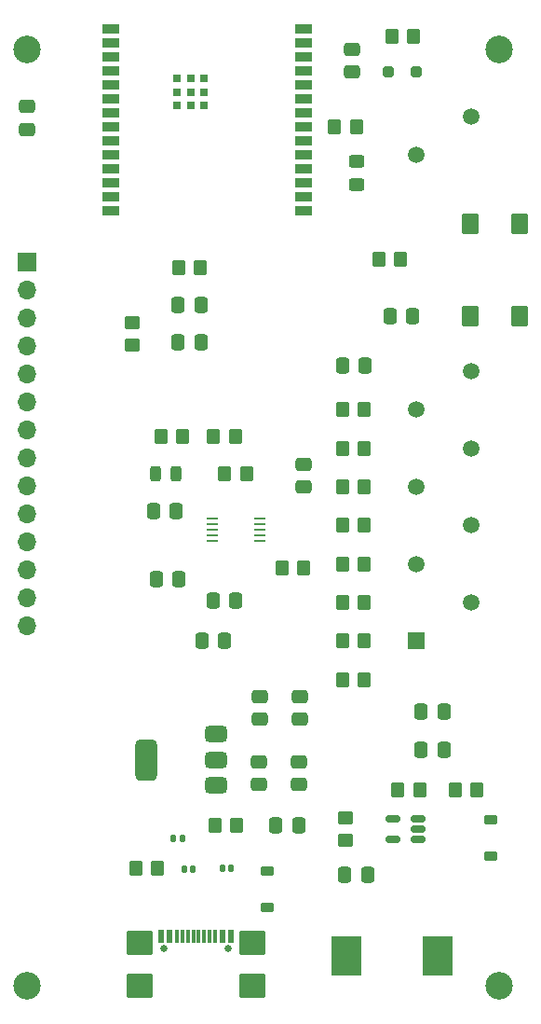
<source format=gts>
%TF.GenerationSoftware,KiCad,Pcbnew,8.0.3*%
%TF.CreationDate,2024-07-07T00:38:38+02:00*%
%TF.ProjectId,tank_PCB,74616e6b-5f50-4434-922e-6b696361645f,rev?*%
%TF.SameCoordinates,Original*%
%TF.FileFunction,Soldermask,Top*%
%TF.FilePolarity,Negative*%
%FSLAX46Y46*%
G04 Gerber Fmt 4.6, Leading zero omitted, Abs format (unit mm)*
G04 Created by KiCad (PCBNEW 8.0.3) date 2024-07-07 00:38:38*
%MOMM*%
%LPD*%
G01*
G04 APERTURE LIST*
G04 Aperture macros list*
%AMRoundRect*
0 Rectangle with rounded corners*
0 $1 Rounding radius*
0 $2 $3 $4 $5 $6 $7 $8 $9 X,Y pos of 4 corners*
0 Add a 4 corners polygon primitive as box body*
4,1,4,$2,$3,$4,$5,$6,$7,$8,$9,$2,$3,0*
0 Add four circle primitives for the rounded corners*
1,1,$1+$1,$2,$3*
1,1,$1+$1,$4,$5*
1,1,$1+$1,$6,$7*
1,1,$1+$1,$8,$9*
0 Add four rect primitives between the rounded corners*
20,1,$1+$1,$2,$3,$4,$5,0*
20,1,$1+$1,$4,$5,$6,$7,0*
20,1,$1+$1,$6,$7,$8,$9,0*
20,1,$1+$1,$8,$9,$2,$3,0*%
G04 Aperture macros list end*
%ADD10RoundRect,0.250000X0.350000X0.450000X-0.350000X0.450000X-0.350000X-0.450000X0.350000X-0.450000X0*%
%ADD11RoundRect,0.250000X-0.350000X-0.450000X0.350000X-0.450000X0.350000X0.450000X-0.350000X0.450000X0*%
%ADD12RoundRect,0.250000X-0.475000X0.337500X-0.475000X-0.337500X0.475000X-0.337500X0.475000X0.337500X0*%
%ADD13RoundRect,0.250000X-0.337500X-0.475000X0.337500X-0.475000X0.337500X0.475000X-0.337500X0.475000X0*%
%ADD14RoundRect,0.250000X0.337500X0.475000X-0.337500X0.475000X-0.337500X-0.475000X0.337500X-0.475000X0*%
%ADD15C,2.500000*%
%ADD16RoundRect,0.125000X0.125000X0.225000X-0.125000X0.225000X-0.125000X-0.225000X0.125000X-0.225000X0*%
%ADD17R,2.700000X3.600000*%
%ADD18RoundRect,0.225000X-0.375000X0.225000X-0.375000X-0.225000X0.375000X-0.225000X0.375000X0.225000X0*%
%ADD19R,1.100000X0.250000*%
%ADD20C,1.500000*%
%ADD21RoundRect,0.250000X-0.250000X-0.250000X0.250000X-0.250000X0.250000X0.250000X-0.250000X0.250000X0*%
%ADD22RoundRect,0.150000X0.512500X0.150000X-0.512500X0.150000X-0.512500X-0.150000X0.512500X-0.150000X0*%
%ADD23RoundRect,0.102000X0.700000X-0.800000X0.700000X0.800000X-0.700000X0.800000X-0.700000X-0.800000X0*%
%ADD24RoundRect,0.250000X0.475000X-0.337500X0.475000X0.337500X-0.475000X0.337500X-0.475000X-0.337500X0*%
%ADD25RoundRect,0.243750X-0.243750X-0.456250X0.243750X-0.456250X0.243750X0.456250X-0.243750X0.456250X0*%
%ADD26RoundRect,0.125000X-0.125000X-0.225000X0.125000X-0.225000X0.125000X0.225000X-0.125000X0.225000X0*%
%ADD27RoundRect,0.250000X-0.450000X0.350000X-0.450000X-0.350000X0.450000X-0.350000X0.450000X0.350000X0*%
%ADD28RoundRect,0.225000X0.375000X-0.225000X0.375000X0.225000X-0.375000X0.225000X-0.375000X-0.225000X0*%
%ADD29C,0.650000*%
%ADD30R,0.600000X1.150000*%
%ADD31R,0.300000X1.150000*%
%ADD32RoundRect,0.102000X-1.090000X-1.000000X1.090000X-1.000000X1.090000X1.000000X-1.090000X1.000000X0*%
%ADD33R,1.500000X0.900000*%
%ADD34R,0.800000X0.800000*%
%ADD35R,1.500000X1.500000*%
%ADD36R,1.700000X1.700000*%
%ADD37O,1.700000X1.700000*%
%ADD38RoundRect,0.250000X0.450000X-0.325000X0.450000X0.325000X-0.450000X0.325000X-0.450000X-0.325000X0*%
%ADD39RoundRect,0.250000X0.450000X-0.350000X0.450000X0.350000X-0.450000X0.350000X-0.450000X-0.350000X0*%
%ADD40RoundRect,0.375000X0.625000X0.375000X-0.625000X0.375000X-0.625000X-0.375000X0.625000X-0.375000X0*%
%ADD41RoundRect,0.500000X0.500000X1.400000X-0.500000X1.400000X-0.500000X-1.400000X0.500000X-1.400000X0*%
G04 APERTURE END LIST*
D10*
%TO.C,R11*%
X93700000Y-150200000D03*
X91700000Y-150200000D03*
%TD*%
D11*
%TO.C,R19*%
X91000000Y-100000000D03*
X93000000Y-100000000D03*
%TD*%
D12*
%TO.C,C10*%
X63000000Y-98162500D03*
X63000000Y-100237500D03*
%TD*%
%TO.C,C12*%
X87800000Y-151725000D03*
X87800000Y-153800000D03*
%TD*%
D13*
%TO.C,C16*%
X91700000Y-121700000D03*
X93775000Y-121700000D03*
%TD*%
D14*
%TO.C,C5*%
X100937500Y-156600000D03*
X98862500Y-156600000D03*
%TD*%
D15*
%TO.C,REF\u002A\u002A*%
X63000000Y-93000000D03*
%TD*%
D16*
%TO.C,D6*%
X77150000Y-164600000D03*
X76350000Y-164600000D03*
%TD*%
D11*
%TO.C,R13*%
X95000000Y-112000000D03*
X97000000Y-112000000D03*
%TD*%
%TO.C,R22*%
X91700000Y-139700000D03*
X93700000Y-139700000D03*
%TD*%
%TO.C,R7*%
X96762500Y-160200000D03*
X98762500Y-160200000D03*
%TD*%
D17*
%TO.C,L1*%
X92050000Y-175325000D03*
X100350000Y-175325000D03*
%TD*%
D13*
%TO.C,C1*%
X74525000Y-134900000D03*
X76600000Y-134900000D03*
%TD*%
D10*
%TO.C,R10*%
X93700000Y-143200000D03*
X91700000Y-143200000D03*
%TD*%
D18*
%TO.C,D1*%
X105200000Y-162925000D03*
X105200000Y-166225000D03*
%TD*%
D10*
%TO.C,R15*%
X82100000Y-163400000D03*
X80100000Y-163400000D03*
%TD*%
D15*
%TO.C,REF\u002A\u002A*%
X63000000Y-178000000D03*
%TD*%
D19*
%TO.C,U1*%
X84200000Y-137600000D03*
X84200000Y-137100000D03*
X84200000Y-136600000D03*
X84200000Y-136100000D03*
X84200000Y-135600000D03*
X79900000Y-135600000D03*
X79900000Y-136100000D03*
X79900000Y-136600000D03*
X79900000Y-137100000D03*
X79900000Y-137600000D03*
%TD*%
D20*
%TO.C,J2*%
X103400000Y-99050000D03*
X98400000Y-102550000D03*
%TD*%
D11*
%TO.C,R4*%
X81000000Y-131500000D03*
X83000000Y-131500000D03*
%TD*%
%TO.C,R16*%
X72900000Y-167300000D03*
X74900000Y-167300000D03*
%TD*%
D10*
%TO.C,R8*%
X93700000Y-129200000D03*
X91700000Y-129200000D03*
%TD*%
D11*
%TO.C,R1*%
X80000000Y-128100000D03*
X82000000Y-128100000D03*
%TD*%
D21*
%TO.C,D2*%
X95900000Y-95000000D03*
X98400000Y-95000000D03*
%TD*%
D11*
%TO.C,R17*%
X76800000Y-112800000D03*
X78800000Y-112800000D03*
%TD*%
%TO.C,R20*%
X91700000Y-125700000D03*
X93700000Y-125700000D03*
%TD*%
D14*
%TO.C,C9*%
X78837500Y-116200000D03*
X76762500Y-116200000D03*
%TD*%
D22*
%TO.C,U3*%
X98600000Y-164725000D03*
X98600000Y-163775000D03*
X98600000Y-162825000D03*
X96325000Y-162825000D03*
X96325000Y-164725000D03*
%TD*%
D10*
%TO.C,R9*%
X93700000Y-136200000D03*
X91700000Y-136200000D03*
%TD*%
D23*
%TO.C,S1*%
X103300000Y-117200000D03*
X107800000Y-117200000D03*
X103300000Y-108800000D03*
X107800000Y-108800000D03*
%TD*%
D24*
%TO.C,C14*%
X84150000Y-159737500D03*
X84150000Y-157662500D03*
%TD*%
%TO.C,C17*%
X88200000Y-132737500D03*
X88200000Y-130662500D03*
%TD*%
D25*
%TO.C,F1*%
X74725000Y-131500000D03*
X76600000Y-131500000D03*
%TD*%
D13*
%TO.C,C3*%
X91925000Y-167925000D03*
X94000000Y-167925000D03*
%TD*%
D24*
%TO.C,C13*%
X87750000Y-159737500D03*
X87750000Y-157662500D03*
%TD*%
D15*
%TO.C,REF\u002A\u002A*%
X106000000Y-178000000D03*
%TD*%
D12*
%TO.C,C11*%
X84200000Y-151725000D03*
X84200000Y-153800000D03*
%TD*%
D14*
%TO.C,C7*%
X87737500Y-163400000D03*
X85662500Y-163400000D03*
%TD*%
D24*
%TO.C,C6*%
X92600000Y-95037500D03*
X92600000Y-92962500D03*
%TD*%
D15*
%TO.C,REF\u002A\u002A*%
X106000000Y-93000000D03*
%TD*%
D14*
%TO.C,C4*%
X100937500Y-153100000D03*
X98862500Y-153100000D03*
%TD*%
D26*
%TO.C,D5*%
X77300000Y-167400000D03*
X78100000Y-167400000D03*
%TD*%
D14*
%TO.C,C19*%
X81000000Y-146700000D03*
X78925000Y-146700000D03*
%TD*%
D11*
%TO.C,R3*%
X86200000Y-140100000D03*
X88200000Y-140100000D03*
%TD*%
D27*
%TO.C,R18*%
X72600000Y-117800000D03*
X72600000Y-119800000D03*
%TD*%
D14*
%TO.C,C15*%
X98100000Y-117200000D03*
X96025000Y-117200000D03*
%TD*%
D28*
%TO.C,D3*%
X84900000Y-170850000D03*
X84900000Y-167550000D03*
%TD*%
D29*
%TO.C,J5*%
X75510000Y-174570000D03*
X81290000Y-174570000D03*
D30*
X75200000Y-173495000D03*
X76000000Y-173495000D03*
D31*
X77150000Y-173495000D03*
X78150000Y-173495000D03*
X78650000Y-173495000D03*
X79650000Y-173495000D03*
D30*
X81600000Y-173495000D03*
X80800000Y-173495000D03*
D31*
X80150000Y-173495000D03*
X79150000Y-173495000D03*
X77650000Y-173495000D03*
X76650000Y-173495000D03*
D32*
X73290000Y-174070000D03*
X83510000Y-174070000D03*
X73290000Y-178000000D03*
X83510000Y-178000000D03*
%TD*%
D33*
%TO.C,U4*%
X70650000Y-91140000D03*
X70650000Y-92410000D03*
X70650000Y-93680000D03*
X70650000Y-94950000D03*
X70650000Y-96220000D03*
X70650000Y-97490000D03*
X70650000Y-98760000D03*
X70650000Y-100030000D03*
X70650000Y-101300000D03*
X70650000Y-102570000D03*
X70650000Y-103840000D03*
X70650000Y-105110000D03*
X70650000Y-106380000D03*
X70650000Y-107650000D03*
X88150000Y-107650000D03*
X88150000Y-106380000D03*
X88150000Y-105110000D03*
X88150000Y-103840000D03*
X88150000Y-102570000D03*
X88150000Y-101300000D03*
X88150000Y-100030000D03*
X88150000Y-98760000D03*
X88150000Y-97490000D03*
X88150000Y-96220000D03*
X88150000Y-94950000D03*
X88150000Y-93680000D03*
X88150000Y-92410000D03*
X88150000Y-91140000D03*
D34*
X76645000Y-95610000D03*
X76645000Y-96860000D03*
X76645000Y-98110000D03*
X77895000Y-95610000D03*
X77895000Y-96860000D03*
X77895000Y-98110000D03*
X79145000Y-95610000D03*
X79145000Y-96860000D03*
X79145000Y-98110000D03*
%TD*%
D35*
%TO.C,J3*%
X98400000Y-146700000D03*
D20*
X103400000Y-143200000D03*
X98400000Y-139700000D03*
X103400000Y-136200000D03*
X98400000Y-132700000D03*
X103400000Y-129200000D03*
X98400000Y-125700000D03*
X103400000Y-122200000D03*
%TD*%
D11*
%TO.C,R21*%
X91700000Y-132700000D03*
X93700000Y-132700000D03*
%TD*%
D14*
%TO.C,C8*%
X78840000Y-119600000D03*
X76765000Y-119600000D03*
%TD*%
D16*
%TO.C,D4*%
X81600000Y-167300000D03*
X80800000Y-167300000D03*
%TD*%
D36*
%TO.C,J1*%
X63000000Y-112260000D03*
D37*
X63000000Y-114800000D03*
X63000000Y-117340000D03*
X63000000Y-119880000D03*
X63000000Y-122420000D03*
X63000000Y-124960000D03*
X63000000Y-127500000D03*
X63000000Y-130040000D03*
X63000000Y-132580000D03*
X63000000Y-135120000D03*
X63000000Y-137660000D03*
X63000000Y-140200000D03*
X63000000Y-142740000D03*
X63000000Y-145280000D03*
%TD*%
D38*
%TO.C,D7*%
X93000000Y-105225000D03*
X93000000Y-103175000D03*
%TD*%
D11*
%TO.C,R12*%
X96200000Y-91800000D03*
X98200000Y-91800000D03*
%TD*%
D39*
%TO.C,R5*%
X91962500Y-164775000D03*
X91962500Y-162775000D03*
%TD*%
D10*
%TO.C,R2*%
X77200000Y-128100000D03*
X75200000Y-128100000D03*
%TD*%
D11*
%TO.C,R6*%
X101962500Y-160200000D03*
X103962500Y-160200000D03*
%TD*%
D40*
%TO.C,U5*%
X80200000Y-159762500D03*
X80200000Y-157462500D03*
D41*
X73900000Y-157462500D03*
D40*
X80200000Y-155162500D03*
%TD*%
D14*
%TO.C,C18*%
X82000000Y-143000000D03*
X79925000Y-143000000D03*
%TD*%
D11*
%TO.C,R23*%
X91700000Y-146700000D03*
X93700000Y-146700000D03*
%TD*%
D13*
%TO.C,C2*%
X74762500Y-141100000D03*
X76837500Y-141100000D03*
%TD*%
M02*

</source>
